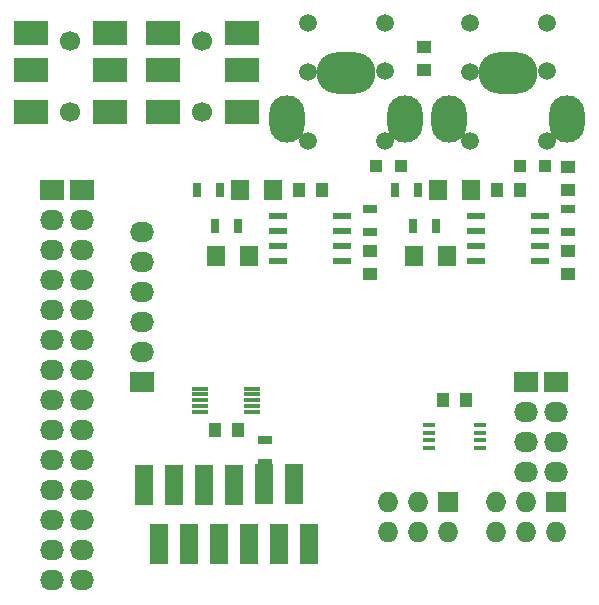
<source format=gts>
G04 #@! TF.FileFunction,Soldermask,Top*
%FSLAX46Y46*%
G04 Gerber Fmt 4.6, Leading zero omitted, Abs format (unit mm)*
G04 Created by KiCad (PCBNEW 4.0.2-4+6225~38~ubuntu14.04.1-stable) date Mon 29 Feb 2016 18:51:52 GMT*
%MOMM*%
G01*
G04 APERTURE LIST*
%ADD10C,0.100000*%
%ADD11R,0.700000X1.300000*%
%ADD12R,1.000000X1.000000*%
%ADD13R,1.597660X1.800860*%
%ADD14R,1.727200X1.727200*%
%ADD15O,1.727200X1.727200*%
%ADD16C,1.500000*%
%ADD17O,3.000000X4.000000*%
%ADD18O,5.000000X3.500000*%
%ADD19R,2.032000X1.727200*%
%ADD20O,2.032000X1.727200*%
%ADD21R,1.100000X0.400000*%
%ADD22R,1.400000X0.300000*%
%ADD23C,1.700000*%
%ADD24R,2.850000X2.000000*%
%ADD25R,1.550000X0.600000*%
%ADD26R,1.000000X1.250000*%
%ADD27R,1.250000X1.000000*%
%ADD28R,1.300000X0.700000*%
%ADD29R,1.500000X3.500000*%
G04 APERTURE END LIST*
D10*
D11*
X118298000Y-115316000D03*
X116398000Y-115316000D03*
D12*
X133643000Y-113284000D03*
X131533000Y-113284000D03*
X145835000Y-113284000D03*
X143725000Y-113284000D03*
D13*
X136756140Y-115316000D03*
X139595860Y-115316000D03*
X119992140Y-115316000D03*
X122831860Y-115316000D03*
X117960140Y-120904000D03*
X120799860Y-120904000D03*
X134724140Y-120904000D03*
X137563860Y-120904000D03*
D14*
X137668000Y-141732000D03*
D15*
X137668000Y-144272000D03*
X135128000Y-141732000D03*
X135128000Y-144272000D03*
X132588000Y-141732000D03*
X132588000Y-144272000D03*
D14*
X146812000Y-141732000D03*
D15*
X146812000Y-144272000D03*
X144272000Y-141732000D03*
X144272000Y-144272000D03*
X141732000Y-141732000D03*
X141732000Y-144272000D03*
D16*
X145998000Y-111176000D03*
X139498000Y-111176000D03*
X145998000Y-105176000D03*
X139498000Y-105276000D03*
X145998000Y-101176000D03*
X139498000Y-101176000D03*
D17*
X147748000Y-109276000D03*
X137748000Y-109276000D03*
D18*
X142748000Y-105376000D03*
D16*
X132282000Y-111176000D03*
X125782000Y-111176000D03*
X132282000Y-105176000D03*
X125782000Y-105276000D03*
X132282000Y-101176000D03*
X125782000Y-101176000D03*
D17*
X134032000Y-109276000D03*
X124032000Y-109276000D03*
D18*
X129032000Y-105376000D03*
D19*
X146812000Y-131572000D03*
D20*
X146812000Y-134112000D03*
X146812000Y-136652000D03*
X146812000Y-139192000D03*
D21*
X136026000Y-135169000D03*
X136026000Y-135819000D03*
X136026000Y-136469000D03*
X136026000Y-137119000D03*
X140326000Y-137119000D03*
X140326000Y-136469000D03*
X140326000Y-135819000D03*
X140326000Y-135169000D03*
D22*
X121072000Y-134096000D03*
X121072000Y-133596000D03*
X121072000Y-133096000D03*
X121072000Y-132596000D03*
X121072000Y-132096000D03*
X116672000Y-132096000D03*
X116672000Y-132596000D03*
X116672000Y-133096000D03*
X116672000Y-133596000D03*
X116672000Y-134096000D03*
D23*
X116840000Y-108656000D03*
X116840000Y-102656000D03*
D24*
X120165000Y-101956000D03*
X120165000Y-105156000D03*
X120165000Y-108656000D03*
X113515000Y-101956000D03*
X113515000Y-105156000D03*
X113515000Y-108656000D03*
D23*
X105664000Y-108656000D03*
X105664000Y-102656000D03*
D24*
X108989000Y-101956000D03*
X108989000Y-105156000D03*
X108989000Y-108656000D03*
X102339000Y-101956000D03*
X102339000Y-105156000D03*
X102339000Y-108656000D03*
D25*
X145448000Y-121285000D03*
X145448000Y-120015000D03*
X145448000Y-118745000D03*
X145448000Y-117475000D03*
X140048000Y-117475000D03*
X140048000Y-118745000D03*
X140048000Y-120015000D03*
X140048000Y-121285000D03*
X128684000Y-121285000D03*
X128684000Y-120015000D03*
X128684000Y-118745000D03*
X128684000Y-117475000D03*
X123284000Y-117475000D03*
X123284000Y-118745000D03*
X123284000Y-120015000D03*
X123284000Y-121285000D03*
D26*
X139176000Y-133096000D03*
X137176000Y-133096000D03*
D27*
X147828000Y-122412000D03*
X147828000Y-120412000D03*
X131064000Y-122412000D03*
X131064000Y-120412000D03*
D26*
X143748000Y-115316000D03*
X141748000Y-115316000D03*
X126984000Y-115316000D03*
X124984000Y-115316000D03*
D27*
X147828000Y-115300000D03*
X147828000Y-113300000D03*
X135636000Y-103140000D03*
X135636000Y-105140000D03*
D26*
X117872000Y-135636000D03*
X119872000Y-135636000D03*
D28*
X147828000Y-116906000D03*
X147828000Y-118806000D03*
X131064000Y-116906000D03*
X131064000Y-118806000D03*
D11*
X134686000Y-118364000D03*
X136586000Y-118364000D03*
X117922000Y-118364000D03*
X119822000Y-118364000D03*
X135062000Y-115316000D03*
X133162000Y-115316000D03*
D28*
X122174000Y-138364000D03*
X122174000Y-136464000D03*
D29*
X111887000Y-140248000D03*
X113157000Y-145248000D03*
X114427000Y-140248000D03*
X115697000Y-145248000D03*
X116967000Y-140248000D03*
X118237000Y-145248000D03*
X119507000Y-140248000D03*
X120777000Y-145248000D03*
X122047000Y-140208000D03*
X123317000Y-145248000D03*
X124587000Y-140208000D03*
X125857000Y-145288000D03*
D19*
X104140000Y-115316000D03*
D20*
X104140000Y-117856000D03*
X104140000Y-120396000D03*
X104140000Y-122936000D03*
X104140000Y-125476000D03*
X104140000Y-128016000D03*
X104140000Y-130556000D03*
X104140000Y-133096000D03*
X104140000Y-135636000D03*
X104140000Y-138176000D03*
X104140000Y-140716000D03*
X104140000Y-143256000D03*
X104140000Y-145796000D03*
X104140000Y-148336000D03*
D19*
X106680000Y-115316000D03*
D20*
X106680000Y-117856000D03*
X106680000Y-120396000D03*
X106680000Y-122936000D03*
X106680000Y-125476000D03*
X106680000Y-128016000D03*
X106680000Y-130556000D03*
X106680000Y-133096000D03*
X106680000Y-135636000D03*
X106680000Y-138176000D03*
X106680000Y-140716000D03*
X106680000Y-143256000D03*
X106680000Y-145796000D03*
X106680000Y-148336000D03*
D19*
X111760000Y-131572000D03*
D20*
X111760000Y-129032000D03*
X111760000Y-126492000D03*
X111760000Y-123952000D03*
X111760000Y-121412000D03*
X111760000Y-118872000D03*
D19*
X144272000Y-131572000D03*
D20*
X144272000Y-134112000D03*
X144272000Y-136652000D03*
X144272000Y-139192000D03*
M02*

</source>
